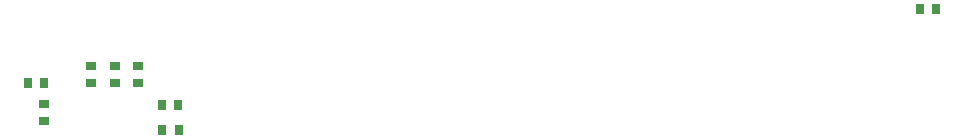
<source format=gbp>
G04*
G04 #@! TF.GenerationSoftware,Altium Limited,Altium Designer,22.7.1 (60)*
G04*
G04 Layer_Color=128*
%FSLAX24Y24*%
%MOIN*%
G70*
G04*
G04 #@! TF.SameCoordinates,CA99F4AA-E310-4CAD-8695-46E652682A35*
G04*
G04*
G04 #@! TF.FilePolarity,Positive*
G04*
G01*
G75*
%ADD26R,0.0374X0.0315*%
%ADD28R,0.0315X0.0374*%
D26*
X26169Y17888D02*
D03*
Y17336D02*
D03*
X29315Y19150D02*
D03*
Y18599D02*
D03*
X27740Y19156D02*
D03*
Y18604D02*
D03*
X28527Y19150D02*
D03*
Y18599D02*
D03*
D28*
X55914Y21074D02*
D03*
X55363D02*
D03*
X30651Y17030D02*
D03*
X30100D02*
D03*
X30094Y17880D02*
D03*
X30646D02*
D03*
X26174Y18611D02*
D03*
X25623D02*
D03*
M02*

</source>
